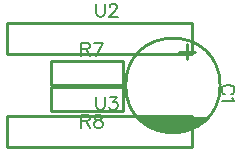
<source format=gto>
G04 Layer: TopSilkscreenLayer*
G04 EasyEDA v6.5.5, 2022-07-15 14:42:27*
G04 2642ab15f52d4cf38600742e9c2e641c,d87ca97578a24c0188edd79bd05468ec,10*
G04 Gerber Generator version 0.2*
G04 Scale: 100 percent, Rotated: No, Reflected: No *
G04 Dimensions in millimeters *
G04 leading zeros omitted , absolute positions ,4 integer and 5 decimal *
%FSLAX45Y45*%
%MOMM*%

%ADD10C,0.2540*%
%ADD15C,0.1524*%

%LPD*%
D15*
X-50802Y674121D02*
G01*
X-50802Y596143D01*
X-45722Y580649D01*
X-35308Y570235D01*
X-19560Y565155D01*
X-9146Y565155D01*
X6347Y570235D01*
X16761Y580649D01*
X21841Y596143D01*
X21841Y674121D01*
X61465Y648213D02*
G01*
X61465Y653293D01*
X66545Y663707D01*
X71879Y669041D01*
X82293Y674121D01*
X102867Y674121D01*
X113281Y669041D01*
X118615Y663707D01*
X123695Y653293D01*
X123695Y642879D01*
X118615Y632465D01*
X108201Y616971D01*
X56131Y565155D01*
X129029Y565155D01*
X-177800Y343915D02*
G01*
X-177800Y234950D01*
X-177800Y343915D02*
G01*
X-131063Y343915D01*
X-115570Y338836D01*
X-110236Y333502D01*
X-105156Y323087D01*
X-105156Y312673D01*
X-110236Y302260D01*
X-115570Y297179D01*
X-131063Y292100D01*
X-177800Y292100D01*
X-141477Y292100D02*
G01*
X-105156Y234950D01*
X2031Y343915D02*
G01*
X-50038Y234950D01*
X-70865Y343915D02*
G01*
X2031Y343915D01*
X-177800Y-265684D02*
G01*
X-177800Y-374650D01*
X-177800Y-265684D02*
G01*
X-131063Y-265684D01*
X-115570Y-270763D01*
X-110236Y-276097D01*
X-105156Y-286512D01*
X-105156Y-296926D01*
X-110236Y-307339D01*
X-115570Y-312420D01*
X-131063Y-317500D01*
X-177800Y-317500D01*
X-141477Y-317500D02*
G01*
X-105156Y-374650D01*
X-44704Y-265684D02*
G01*
X-60452Y-270763D01*
X-65531Y-281178D01*
X-65531Y-291592D01*
X-60452Y-302005D01*
X-50038Y-307339D01*
X-29209Y-312420D01*
X-13715Y-317500D01*
X-3302Y-327913D01*
X2031Y-338328D01*
X2031Y-354076D01*
X-3302Y-364489D01*
X-8381Y-369570D01*
X-24129Y-374650D01*
X-44704Y-374650D01*
X-60452Y-369570D01*
X-65531Y-364489D01*
X-70865Y-354076D01*
X-70865Y-338328D01*
X-65531Y-327913D01*
X-55118Y-317500D01*
X-39624Y-312420D01*
X-18795Y-307339D01*
X-8381Y-302005D01*
X-3302Y-291592D01*
X-3302Y-281178D01*
X-8381Y-270763D01*
X-24129Y-265684D01*
X-44704Y-265684D01*
X1092708Y-90678D02*
G01*
X1103122Y-85344D01*
X1113536Y-74929D01*
X1118615Y-64770D01*
X1118615Y-43942D01*
X1113536Y-33528D01*
X1103122Y-23113D01*
X1092708Y-17779D01*
X1076959Y-12700D01*
X1051052Y-12700D01*
X1035558Y-17779D01*
X1025143Y-23113D01*
X1014729Y-33528D01*
X1009650Y-43942D01*
X1009650Y-64770D01*
X1014729Y-74929D01*
X1025143Y-85344D01*
X1035558Y-90678D01*
X1097788Y-124968D02*
G01*
X1103122Y-135381D01*
X1118615Y-150876D01*
X1009650Y-150876D01*
X-50800Y-113284D02*
G01*
X-50800Y-191262D01*
X-45720Y-206755D01*
X-35306Y-217170D01*
X-19558Y-222250D01*
X-9143Y-222250D01*
X6350Y-217170D01*
X16763Y-206755D01*
X21843Y-191262D01*
X21843Y-113284D01*
X66547Y-113284D02*
G01*
X123697Y-113284D01*
X92709Y-154939D01*
X108204Y-154939D01*
X118618Y-160020D01*
X123697Y-165100D01*
X129031Y-180847D01*
X129031Y-191262D01*
X123697Y-206755D01*
X113284Y-217170D01*
X97790Y-222250D01*
X82295Y-222250D01*
X66547Y-217170D01*
X61468Y-212089D01*
X56134Y-201676D01*
G36*
X296926Y-287680D02*
G01*
X310896Y-300431D01*
X325374Y-312572D01*
X340410Y-324053D01*
X355955Y-334873D01*
X371906Y-344982D01*
X388315Y-354431D01*
X405130Y-363118D01*
X422249Y-371094D01*
X439724Y-378307D01*
X457504Y-384759D01*
X475589Y-390448D01*
X493826Y-395325D01*
X512318Y-399389D01*
X530961Y-402691D01*
X549706Y-405130D01*
X568553Y-406755D01*
X587451Y-407619D01*
X606348Y-407619D01*
X625246Y-406755D01*
X644093Y-405130D01*
X662838Y-402691D01*
X681482Y-399389D01*
X699973Y-395325D01*
X718210Y-390448D01*
X736295Y-384759D01*
X754075Y-378307D01*
X771550Y-371094D01*
X788670Y-363118D01*
X805484Y-354431D01*
X821893Y-344982D01*
X837844Y-334873D01*
X853389Y-324053D01*
X868426Y-312572D01*
X882903Y-300431D01*
X896874Y-287680D01*
G37*
D10*
X-805403Y511004D02*
G01*
X754598Y511004D01*
X754598Y251005D01*
X-805403Y251005D01*
X-805403Y511004D01*
X177800Y190500D02*
G01*
X177800Y-12700D01*
X177800Y-12700D02*
G01*
X-431800Y-12700D01*
X-431800Y190500D02*
G01*
X177800Y190500D01*
X-431800Y-12700D02*
G01*
X-431800Y190500D01*
X-431800Y-228600D02*
G01*
X-431800Y-25400D01*
X-431800Y-25400D02*
G01*
X177800Y-25400D01*
X177800Y-228600D02*
G01*
X-431800Y-228600D01*
X177800Y-25400D02*
G01*
X177800Y-228600D01*
X716899Y207299D02*
G01*
X716899Y331759D01*
X649589Y269529D02*
G01*
X784209Y269529D01*
X-805403Y-276395D02*
G01*
X754598Y-276395D01*
X754598Y-536394D01*
X-805403Y-536394D01*
X-805403Y-276395D01*
G75*
G01*
X996950Y-12954D02*
G03*
X996950Y-20066I-399984J-3556D01*
M02*

</source>
